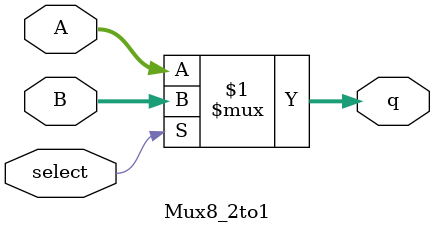
<source format=sv>
module Mux8_2to1(input[7:0] A, B, input select, output[7:0] q);
  
  assign q = select?B:A;
  
endmodule



</source>
